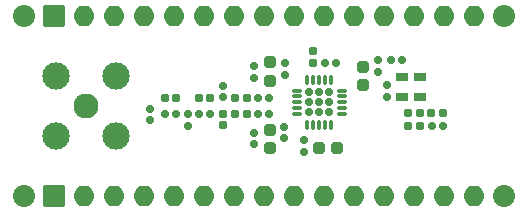
<source format=gts>
%TF.GenerationSoftware,KiCad,Pcbnew,(5.99.0-8703-ge6b2699d93)*%
%TF.CreationDate,2021-02-16T00:04:42+01:00*%
%TF.ProjectId,ax5243-test-board,61783532-3433-42d7-9465-73742d626f61,B*%
%TF.SameCoordinates,PX8954400PY4e33880*%
%TF.FileFunction,Soldermask,Top*%
%TF.FilePolarity,Negative*%
%FSLAX46Y46*%
G04 Gerber Fmt 4.6, Leading zero omitted, Abs format (unit mm)*
G04 Created by KiCad (PCBNEW (5.99.0-8703-ge6b2699d93)) date 2021-02-16 00:04:42*
%MOMM*%
%LPD*%
G01*
G04 APERTURE LIST*
G04 Aperture macros list*
%AMRoundRect*
0 Rectangle with rounded corners*
0 $1 Rounding radius*
0 $2 $3 $4 $5 $6 $7 $8 $9 X,Y pos of 4 corners*
0 Add a 4 corners polygon primitive as box body*
4,1,4,$2,$3,$4,$5,$6,$7,$8,$9,$2,$3,0*
0 Add four circle primitives for the rounded corners*
1,1,$1+$1,$2,$3*
1,1,$1+$1,$4,$5*
1,1,$1+$1,$6,$7*
1,1,$1+$1,$8,$9*
0 Add four rect primitives between the rounded corners*
20,1,$1+$1,$2,$3,$4,$5,0*
20,1,$1+$1,$4,$5,$6,$7,0*
20,1,$1+$1,$6,$7,$8,$9,0*
20,1,$1+$1,$8,$9,$2,$3,0*%
G04 Aperture macros list end*
%ADD10RoundRect,0.159050X0.159050X0.189050X-0.159050X0.189050X-0.159050X-0.189050X0.159050X-0.189050X0*%
%ADD11RoundRect,0.159050X0.189050X-0.159050X0.189050X0.159050X-0.189050X0.159050X-0.189050X-0.159050X0*%
%ADD12C,1.876200*%
%ADD13RoundRect,0.166550X-0.166550X-0.191550X0.166550X-0.191550X0.166550X0.191550X-0.166550X0.191550X0*%
%ADD14RoundRect,0.244050X0.269050X-0.244050X0.269050X0.244050X-0.269050X0.244050X-0.269050X-0.244050X0*%
%ADD15RoundRect,0.038100X0.425000X-0.325000X0.425000X0.325000X-0.425000X0.325000X-0.425000X-0.325000X0*%
%ADD16RoundRect,0.237800X-0.275300X0.237800X-0.275300X-0.237800X0.275300X-0.237800X0.275300X0.237800X0*%
%ADD17RoundRect,0.237800X0.237800X0.275300X-0.237800X0.275300X-0.237800X-0.275300X0.237800X-0.275300X0*%
%ADD18C,2.126200*%
%ADD19C,2.326200*%
%ADD20RoundRect,0.159050X-0.159050X-0.189050X0.159050X-0.189050X0.159050X0.189050X-0.159050X0.189050X0*%
%ADD21RoundRect,0.159050X-0.189050X0.159050X-0.189050X-0.159050X0.189050X-0.159050X0.189050X0.159050X0*%
%ADD22RoundRect,0.154050X-0.204050X0.154050X-0.204050X-0.154050X0.204050X-0.154050X0.204050X0.154050X0*%
%ADD23RoundRect,0.154050X0.154050X0.204050X-0.154050X0.204050X-0.154050X-0.204050X0.154050X-0.204050X0*%
%ADD24O,0.826200X0.376200*%
%ADD25O,0.376200X0.826200*%
%ADD26RoundRect,0.195060X-0.130040X-0.130040X0.130040X-0.130040X0.130040X0.130040X-0.130040X0.130040X0*%
%ADD27RoundRect,0.166550X0.191550X-0.166550X0.191550X0.166550X-0.191550X0.166550X-0.191550X-0.166550X0*%
%ADD28RoundRect,0.038100X-0.850000X0.850000X-0.850000X-0.850000X0.850000X-0.850000X0.850000X0.850000X0*%
%ADD29O,1.776200X1.776200*%
G04 APERTURE END LIST*
D10*
%TO.C,C15*%
X6160000Y3600000D03*
X5200000Y3600000D03*
%TD*%
D11*
%TO.C,C18*%
X10470000Y790000D03*
X10470000Y1750000D03*
%TD*%
D12*
%TO.C,H1*%
X-20320000Y7620000D03*
%TD*%
D13*
%TO.C,L1*%
X-8385000Y700000D03*
X-7415000Y700000D03*
%TD*%
D14*
%TO.C,C13*%
X8410000Y1775000D03*
X8410000Y3325000D03*
%TD*%
D13*
%TO.C,L4*%
X-2385000Y700000D03*
X-1415000Y700000D03*
%TD*%
D11*
%TO.C,C10*%
X3400000Y-3880000D03*
X3400000Y-2920000D03*
%TD*%
D15*
%TO.C,X1*%
X13275000Y775000D03*
X13275000Y2425000D03*
X11725000Y2425000D03*
X11725000Y775000D03*
%TD*%
D16*
%TO.C,L6*%
X500000Y3687500D03*
X500000Y2112500D03*
%TD*%
D17*
%TO.C,L8*%
X6237500Y-3550000D03*
X4662500Y-3550000D03*
%TD*%
D18*
%TO.C,J1*%
X-15000000Y0D03*
D19*
X-12460000Y2540000D03*
X-17540000Y2540000D03*
X-12460000Y-2540000D03*
X-17540000Y-2540000D03*
%TD*%
D20*
%TO.C,C4*%
X-5480000Y-700000D03*
X-4520000Y-700000D03*
%TD*%
%TO.C,C7*%
X-480000Y-700000D03*
X480000Y-700000D03*
%TD*%
D11*
%TO.C,C3*%
X-6400000Y-1680000D03*
X-6400000Y-720000D03*
%TD*%
D21*
%TO.C,C9*%
X-800000Y-2290000D03*
X-800000Y-3250000D03*
%TD*%
D22*
%TO.C,R3*%
X4200000Y4610000D03*
X4200000Y3590000D03*
%TD*%
D23*
%TO.C,R1*%
X13210000Y-590000D03*
X12190000Y-590000D03*
%TD*%
D21*
%TO.C,C8*%
X-800000Y3340000D03*
X-800000Y2380000D03*
%TD*%
D24*
%TO.C,U1*%
X2800000Y1300000D03*
X2800000Y800000D03*
X2800000Y300000D03*
X2800000Y-200000D03*
X2800000Y-700000D03*
D25*
X3700000Y-1600000D03*
X4200000Y-1600000D03*
X4700000Y-1600000D03*
X5200000Y-1600000D03*
X5700000Y-1600000D03*
D24*
X6600000Y-700000D03*
X6600000Y-200000D03*
X6600000Y300000D03*
X6600000Y800000D03*
X6600000Y1300000D03*
D25*
X5700000Y2200000D03*
X5200000Y2200000D03*
X4700000Y2200000D03*
X4200000Y2200000D03*
X3700000Y2200000D03*
D26*
X5550000Y1150000D03*
X5550000Y-550000D03*
X3850000Y1150000D03*
X4700000Y-550000D03*
X4700000Y300000D03*
X3850000Y-550000D03*
X3850000Y300000D03*
X4700000Y1150000D03*
X5550000Y300000D03*
%TD*%
D23*
%TO.C,R4*%
X15210000Y-610000D03*
X14190000Y-610000D03*
%TD*%
D13*
%TO.C,L2*%
X-5485000Y700000D03*
X-4515000Y700000D03*
%TD*%
D23*
%TO.C,R2*%
X13220000Y-1690000D03*
X12200000Y-1690000D03*
%TD*%
D11*
%TO.C,C12*%
X1760000Y-2730000D03*
X1760000Y-1770000D03*
%TD*%
D16*
%TO.C,L7*%
X500000Y-2012500D03*
X500000Y-3587500D03*
%TD*%
D12*
%TO.C,H2*%
X20320000Y7620000D03*
%TD*%
D20*
%TO.C,C17*%
X10790000Y3860000D03*
X11750000Y3860000D03*
%TD*%
D27*
%TO.C,L3*%
X-3450000Y-1635000D03*
X-3450000Y-665000D03*
%TD*%
D20*
%TO.C,C2*%
X-8380000Y-700000D03*
X-7420000Y-700000D03*
%TD*%
D11*
%TO.C,C1*%
X-9600000Y-1190000D03*
X-9600000Y-230000D03*
%TD*%
D21*
%TO.C,C5*%
X-3480000Y1670000D03*
X-3480000Y710000D03*
%TD*%
%TO.C,C16*%
X9700000Y3850000D03*
X9700000Y2890000D03*
%TD*%
D13*
%TO.C,L5*%
X-2385000Y-700000D03*
X-1415000Y-700000D03*
%TD*%
D12*
%TO.C,H4*%
X20320000Y-7620000D03*
%TD*%
D10*
%TO.C,C14*%
X15180000Y-1700000D03*
X14220000Y-1700000D03*
%TD*%
D12*
%TO.C,H3*%
X-20320000Y-7620000D03*
%TD*%
D21*
%TO.C,C11*%
X1800000Y3610000D03*
X1800000Y2650000D03*
%TD*%
D20*
%TO.C,C6*%
X-480000Y700000D03*
X480000Y700000D03*
%TD*%
D28*
%TO.C,J2*%
X-17780000Y7620000D03*
D29*
X-15240000Y7620000D03*
X-12700000Y7620000D03*
X-10160000Y7620000D03*
X-7620000Y7620000D03*
X-5080000Y7620000D03*
X-2540000Y7620000D03*
X0Y7620000D03*
X2540000Y7620000D03*
X5080000Y7620000D03*
X7620000Y7620000D03*
X10160000Y7620000D03*
X12700000Y7620000D03*
X15240000Y7620000D03*
X17780000Y7620000D03*
%TD*%
D28*
%TO.C,J3*%
X-17780000Y-7620000D03*
D29*
X-15240000Y-7620000D03*
X-12700000Y-7620000D03*
X-10160000Y-7620000D03*
X-7620000Y-7620000D03*
X-5080000Y-7620000D03*
X-2540000Y-7620000D03*
X0Y-7620000D03*
X2540000Y-7620000D03*
X5080000Y-7620000D03*
X7620000Y-7620000D03*
X10160000Y-7620000D03*
X12700000Y-7620000D03*
X15240000Y-7620000D03*
X17780000Y-7620000D03*
%TD*%
M02*

</source>
